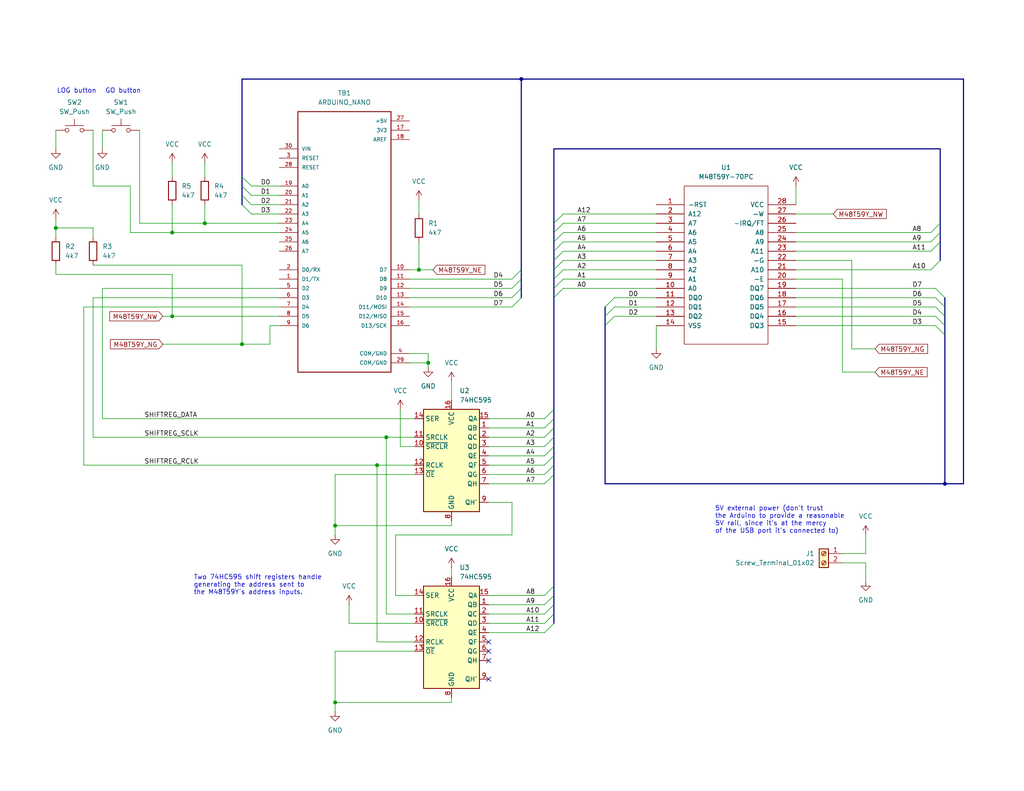
<source format=kicad_sch>
(kicad_sch (version 20231120) (generator "eeschema") (generator_version "8.0")
  (paper "USLetter")
  (title_block (title "SunBladeNVRAM test circuit") (company "daveho hacks"))
  (lib_symbols
    (symbol "74xx:74HC595"
      (property "Reference" "U" (at -7.62 13.97 0))
      (property "Value" "74HC595" (at -7.62 -16.51 0))
      (symbol "74HC595_1_0"
        (pin tri_state line (at 10.16 7.62 180) (length 2.54) (name "QB") (number "1"))
        (pin input line (at -10.16 2.54 0) (length 2.54) (name "~{SRCLR}") (number "10"))
        (pin input line (at -10.16 5.08 0) (length 2.54) (name "SRCLK") (number "11"))
        (pin input line (at -10.16 -2.54 0) (length 2.54) (name "RCLK") (number "12"))
        (pin input line (at -10.16 -5.08 0) (length 2.54) (name "~{OE}") (number "13"))
        (pin input line (at -10.16 10.16 0) (length 2.54) (name "SER") (number "14"))
        (pin tri_state line (at 10.16 10.16 180) (length 2.54) (name "QA") (number "15"))
        (pin power_in line (at 0 15.24 270) (length 2.54) (name "VCC") (number "16"))
        (pin tri_state line (at 10.16 5.08 180) (length 2.54) (name "QC") (number "2"))
        (pin tri_state line (at 10.16 2.54 180) (length 2.54) (name "QD") (number "3"))
        (pin tri_state line (at 10.16 0 180) (length 2.54) (name "QE") (number "4"))
        (pin tri_state line (at 10.16 -2.54 180) (length 2.54) (name "QF") (number "5"))
        (pin tri_state line (at 10.16 -5.08 180) (length 2.54) (name "QG") (number "6"))
        (pin tri_state line (at 10.16 -7.62 180) (length 2.54) (name "QH") (number "7"))
        (pin power_in line (at 0 -17.78 90) (length 2.54) (name "GND") (number "8"))
        (pin output line (at 10.16 -12.7 180) (length 2.54) (name "QH'") (number "9"))
      )
      (symbol "74HC595_1_1"
        (rectangle (start -7.62 12.7) (end 7.62 -15.24) (stroke (width 0.254)) (fill (type background)))
      )
    )
    (symbol "ARDUINO_NANO:ARDUINO_NANO" (pin_names (offset 1.016))
      (property "Reference" "TB" (at -12.7 35.56 0))
      (property "Value" "ARDUINO_NANO" (at -12.7 -38.1 0))
      (symbol "ARDUINO_NANO_0_0"
        (polyline (pts (xy -12.7 -35.56) (xy 12.7 -35.56)) (stroke (width 0.254)))
        (polyline (pts (xy -12.7 35.56) (xy -12.7 -35.56)) (stroke (width 0.254)))
        (polyline (pts (xy 12.7 -35.56) (xy 12.7 35.56)) (stroke (width 0.254)))
        (polyline (pts (xy 12.7 35.56) (xy -12.7 35.56)) (stroke (width 0.254)))
        (pin bidirectional line (at -17.78 -10.16 0) (length 5.08) (name "D1/TX") (number "1"))
        (pin bidirectional line (at 17.78 -7.62 180) (length 5.08) (name "D7") (number "10"))
        (pin bidirectional line (at 17.78 -10.16 180) (length 5.08) (name "D8") (number "11"))
        (pin bidirectional line (at 17.78 -12.7 180) (length 5.08) (name "D9") (number "12"))
        (pin bidirectional line (at 17.78 -15.24 180) (length 5.08) (name "D10") (number "13"))
        (pin bidirectional line (at 17.78 -17.78 180) (length 5.08) (name "D11/MOSI") (number "14"))
        (pin bidirectional line (at 17.78 -20.32 180) (length 5.08) (name "D12/MISO") (number "15"))
        (pin bidirectional line (at 17.78 -22.86 180) (length 5.08) (name "D13/SCK") (number "16"))
        (pin power_in line (at 17.78 30.48 180) (length 5.08) (name "3V3") (number "17"))
        (pin power_in line (at 17.78 27.94 180) (length 5.08) (name "AREF") (number "18"))
        (pin input line (at -17.78 15.24 0) (length 5.08) (name "A0") (number "19"))
        (pin bidirectional line (at -17.78 -7.62 0) (length 5.08) (name "D0/RX") (number "2"))
        (pin input line (at -17.78 12.7 0) (length 5.08) (name "A1") (number "20"))
        (pin input line (at -17.78 10.16 0) (length 5.08) (name "A2") (number "21"))
        (pin input line (at -17.78 7.62 0) (length 5.08) (name "A3") (number "22"))
        (pin input line (at -17.78 5.08 0) (length 5.08) (name "A4") (number "23"))
        (pin input line (at -17.78 2.54 0) (length 5.08) (name "A5") (number "24"))
        (pin input line (at -17.78 0 0) (length 5.08) (name "A6") (number "25"))
        (pin input line (at -17.78 -2.54 0) (length 5.08) (name "A7") (number "26"))
        (pin power_in line (at 17.78 33.02 180) (length 5.08) (name "+5V") (number "27"))
        (pin input line (at -17.78 20.32 0) (length 5.08) (name "RESET") (number "28"))
        (pin power_in line (at 17.78 -33.02 180) (length 5.08) (name "COM/GND") (number "29"))
        (pin input line (at -17.78 22.86 0) (length 5.08) (name "RESET") (number "3"))
        (pin input line (at -17.78 25.4 0) (length 5.08) (name "VIN") (number "30"))
        (pin power_in line (at 17.78 -30.48 180) (length 5.08) (name "COM/GND") (number "4"))
        (pin bidirectional line (at -17.78 -12.7 0) (length 5.08) (name "D2") (number "5"))
        (pin bidirectional line (at -17.78 -15.24 0) (length 5.08) (name "D3") (number "6"))
        (pin bidirectional line (at -17.78 -17.78 0) (length 5.08) (name "D4") (number "7"))
        (pin bidirectional line (at -17.78 -20.32 0) (length 5.08) (name "D5") (number "8"))
        (pin bidirectional line (at -17.78 -22.86 0) (length 5.08) (name "D6") (number "9"))
      )
    )
    (symbol "Connector:Screw_Terminal_01x02" (pin_names (offset 1.016) hide)
      (property "Reference" "J" (at 0 2.54 0))
      (property "Value" "Screw_Terminal_01x02" (at 0 -5.08 0))
      (symbol "Screw_Terminal_01x02_1_1"
        (rectangle (start -1.27 1.27) (end 1.27 -3.81) (stroke (width 0.254)) (fill (type background)))
        (circle (center 0 -2.54) (radius 0.635) (stroke (width 0.1524)))
        (polyline (pts (xy -0.5334 -2.2098) (xy 0.3302 -3.048)) (stroke (width 0.1524)))
        (polyline (pts (xy -0.5334 0.3302) (xy 0.3302 -0.508)) (stroke (width 0.1524)))
        (polyline (pts (xy -0.3556 -2.032) (xy 0.508 -2.8702)) (stroke (width 0.1524)))
        (polyline (pts (xy -0.3556 0.508) (xy 0.508 -0.3302)) (stroke (width 0.1524)))
        (circle (center 0 0) (radius 0.635) (stroke (width 0.1524)))
        (pin passive line (at -5.08 0 0) (length 3.81) (name "Pin_1") (number "1"))
        (pin passive line (at -5.08 -2.54 0) (length 3.81) (name "Pin_2") (number "2"))
      )
    )
    (symbol "Device:R" (pin_numbers hide) (pin_names (offset 0))
      (property "Reference" "R" (at 2.032 0 90))
      (property "Value" "R" (at 0 0 90))
      (symbol "R_0_1"
        (rectangle (start -1.016 -2.54) (end 1.016 2.54) (stroke (width 0.254)))
      )
      (symbol "R_1_1"
        (pin passive line (at 0 3.81 270) (length 1.27) (name "~") (number "1"))
        (pin passive line (at 0 -3.81 90) (length 1.27) (name "~") (number "2"))
      )
    )
    (symbol "M48T59Y-70MH1:M48T59Y-70MH1" (pin_names (offset 1.016))
      (property "Reference" "U" (at 0 -2.54 0))
      (property "Value" "M48T59Y-70MH1" (at 0 2.54 0))
      (symbol "M48T59Y-70MH1_1_0"
        (rectangle (start -11.43 -21.59) (end 11.43 21.59))
      )
      (symbol "M48T59Y-70MH1_1_1"
        (pin input line (at -19.05 16.51 0) (length 7.62) (name "-RST") (number "1"))
        (pin input line (at -19.05 -6.35 0) (length 7.62) (name "A0") (number "10"))
        (pin bidirectional line (at -19.05 -8.89 0) (length 7.62) (name "DQ0") (number "11"))
        (pin bidirectional line (at -19.05 -11.43 0) (length 7.62) (name "DQ1") (number "12"))
        (pin bidirectional line (at -19.05 -13.97 0) (length 7.62) (name "DQ2") (number "13"))
        (pin power_in line (at -19.05 -16.51 0) (length 7.62) (name "VSS") (number "14"))
        (pin bidirectional line (at 19.05 -16.51 180) (length 7.62) (name "DQ3") (number "15"))
        (pin bidirectional line (at 19.05 -13.97 180) (length 7.62) (name "DQ4") (number "16"))
        (pin bidirectional line (at 19.05 -11.43 180) (length 7.62) (name "DQ5") (number "17"))
        (pin bidirectional line (at 19.05 -8.89 180) (length 7.62) (name "DQ6") (number "18"))
        (pin bidirectional line (at 19.05 -6.35 180) (length 7.62) (name "DQ7") (number "19"))
        (pin input line (at -19.05 13.97 0) (length 7.62) (name "A12") (number "2"))
        (pin input line (at 19.05 -3.81 180) (length 7.62) (name "-E") (number "20"))
        (pin input line (at 19.05 -1.27 180) (length 7.62) (name "A10") (number "21"))
        (pin input line (at 19.05 1.27 180) (length 7.62) (name "-G") (number "22"))
        (pin input line (at 19.05 3.81 180) (length 7.62) (name "A11") (number "23"))
        (pin input line (at 19.05 6.35 180) (length 7.62) (name "A9") (number "24"))
        (pin input line (at 19.05 8.89 180) (length 7.62) (name "A8") (number "25"))
        (pin output line (at 19.05 11.43 180) (length 7.62) (name "-IRQ/FT") (number "26"))
        (pin input line (at 19.05 13.97 180) (length 7.62) (name "-W") (number "27"))
        (pin power_in line (at 19.05 16.51 180) (length 7.62) (name "VCC") (number "28"))
        (pin input line (at -19.05 11.43 0) (length 7.62) (name "A7") (number "3"))
        (pin input line (at -19.05 8.89 0) (length 7.62) (name "A6") (number "4"))
        (pin input line (at -19.05 6.35 0) (length 7.62) (name "A5") (number "5"))
        (pin input line (at -19.05 3.81 0) (length 7.62) (name "A4") (number "6"))
        (pin input line (at -19.05 1.27 0) (length 7.62) (name "A3") (number "7"))
        (pin input line (at -19.05 -1.27 0) (length 7.62) (name "A2") (number "8"))
        (pin input line (at -19.05 -3.81 0) (length 7.62) (name "A1") (number "9"))
      )
    )
    (symbol "Switch:SW_Push" (pin_numbers hide) (pin_names (offset 1.016) hide)
      (property "Reference" "SW" (at 1.27 2.54 0))
      (property "Value" "SW_Push" (at 0 -1.524 0))
      (symbol "SW_Push_0_1"
        (circle (center -2.032 0) (radius 0.508))
        (polyline (pts (xy 0 1.27) (xy 0 3.048)))
        (polyline (pts (xy 2.54 1.27) (xy -2.54 1.27)))
        (circle (center 2.032 0) (radius 0.508))
        (pin passive line (at -5.08 0 0) (length 2.54) (name "1") (number "1"))
        (pin passive line (at 5.08 0 180) (length 2.54) (name "2") (number "2"))
      )
    )
    (symbol "power:GND" (power) (pin_numbers hide) (pin_names (offset 0) hide)
      (property "Value" "GND" (at 0 -3.81 0))
      (symbol "GND_0_1"
        (polyline (pts (xy 0 0) (xy 0 -1.27) (xy 1.27 -1.27) (xy 0 -2.54) (xy -1.27 -1.27) (xy 0 -1.27)))
      )
      (symbol "GND_1_1"
        (pin power_in line (at 0 0 270) (length 0) (name "~") (number "1"))
      )
    )
    (symbol "power:VCC" (power) (pin_numbers hide) (pin_names (offset 0) hide)
      (property "Value" "VCC" (at 0 3.556 0))
      (symbol "VCC_0_1"
        (polyline (pts (xy -0.762 1.27) (xy 0 2.54)))
        (polyline (pts (xy 0 0) (xy 0 2.54)))
        (polyline (pts (xy 0 2.54) (xy 0.762 1.27)))
      )
      (symbol "VCC_1_1"
        (pin power_in line (at 0 0 90) (length 0) (name "~") (number "1"))
      )
    )
  )
  (junction (at 15.24 62.23))
  (junction (at 46.99 86.36))
  (junction (at 55.88 60.96))
  (junction (at 257.81 132.08))
  (junction (at 46.99 63.5))
  (junction (at 91.44 143.51))
  (junction (at 114.3 73.66))
  (junction (at 116.84 99.06))
  (junction (at 105.41 119.38))
  (junction (at 91.44 191.77))
  (junction (at 142.24 21.59))
  (junction (at 102.87 127))
  (junction (at 66.04 93.98))
  (no_connect (at 133.35 175.26))
  (no_connect (at 133.35 180.34))
  (no_connect (at 133.35 177.8))
  (no_connect (at 133.35 185.42))
  (bus_entry (at 148.59 162.56) (size 2.54 -2.54))
  (bus_entry (at 255.27 88.9) (size 2.54 2.54))
  (bus_entry (at 165.1 86.36) (size 2.54 -2.54))
  (bus_entry (at 165.1 83.82) (size 2.54 -2.54))
  (bus_entry (at 148.59 127) (size 2.54 -2.54))
  (bus_entry (at 151.13 63.5) (size 2.54 -2.54))
  (bus_entry (at 148.59 124.46) (size 2.54 -2.54))
  (bus_entry (at 254 66.04) (size 2.54 -2.54))
  (bus_entry (at 66.04 48.26) (size 2.54 2.54))
  (bus_entry (at 151.13 81.28) (size 2.54 -2.54))
  (bus_entry (at 254 63.5) (size 2.54 -2.54))
  (bus_entry (at 151.13 76.2) (size 2.54 -2.54))
  (bus_entry (at 66.04 55.88) (size 2.54 2.54))
  (bus_entry (at 255.27 83.82) (size 2.54 2.54))
  (bus_entry (at 139.7 81.28) (size 2.54 -2.54))
  (bus_entry (at 139.7 76.2) (size 2.54 -2.54))
  (bus_entry (at 66.04 50.8) (size 2.54 2.54))
  (bus_entry (at 151.13 71.12) (size 2.54 -2.54))
  (bus_entry (at 255.27 78.74) (size 2.54 2.54))
  (bus_entry (at 254 68.58) (size 2.54 -2.54))
  (bus_entry (at 165.1 88.9) (size 2.54 -2.54))
  (bus_entry (at 148.59 114.3) (size 2.54 -2.54))
  (bus_entry (at 66.04 53.34) (size 2.54 2.54))
  (bus_entry (at 151.13 60.96) (size 2.54 -2.54))
  (bus_entry (at 148.59 121.92) (size 2.54 -2.54))
  (bus_entry (at 151.13 66.04) (size 2.54 -2.54))
  (bus_entry (at 151.13 78.74) (size 2.54 -2.54))
  (bus_entry (at 255.27 81.28) (size 2.54 2.54))
  (bus_entry (at 148.59 172.72) (size 2.54 -2.54))
  (bus_entry (at 139.7 78.74) (size 2.54 -2.54))
  (bus_entry (at 151.13 73.66) (size 2.54 -2.54))
  (bus_entry (at 254 73.66) (size 2.54 -2.54))
  (bus_entry (at 148.59 165.1) (size 2.54 -2.54))
  (bus_entry (at 148.59 116.84) (size 2.54 -2.54))
  (bus_entry (at 148.59 132.08) (size 2.54 -2.54))
  (bus_entry (at 151.13 68.58) (size 2.54 -2.54))
  (bus_entry (at 148.59 129.54) (size 2.54 -2.54))
  (bus_entry (at 148.59 167.64) (size 2.54 -2.54))
  (bus_entry (at 139.7 83.82) (size 2.54 -2.54))
  (bus_entry (at 148.59 119.38) (size 2.54 -2.54))
  (bus_entry (at 255.27 86.36) (size 2.54 2.54))
  (bus_entry (at 148.59 170.18) (size 2.54 -2.54))
  (wire (pts (xy 55.88 44.45) (xy 55.88 48.26)))
  (wire (pts (xy 217.17 83.82) (xy 255.27 83.82)))
  (bus (pts (xy 151.13 40.64) (xy 151.13 60.96)))
  (wire (pts (xy 38.1 60.96) (xy 38.1 35.56)))
  (bus (pts (xy 165.1 83.82) (xy 165.1 86.36)))
  (wire (pts (xy 15.24 62.23) (xy 15.24 64.77)))
  (wire (pts (xy 133.35 127) (xy 148.59 127)))
  (bus (pts (xy 151.13 127) (xy 151.13 129.54)))
  (wire (pts (xy 153.67 66.04) (xy 179.07 66.04)))
  (bus (pts (xy 256.54 66.04) (xy 256.54 71.12)))
  (wire (pts (xy 229.87 151.13) (xy 236.22 151.13)))
  (wire (pts (xy 111.76 81.28) (xy 139.7 81.28)))
  (bus (pts (xy 151.13 73.66) (xy 151.13 76.2)))
  (bus (pts (xy 165.1 132.08) (xy 257.81 132.08)))
  (wire (pts (xy 68.58 53.34) (xy 76.2 53.34)))
  (wire (pts (xy 46.99 55.88) (xy 46.99 63.5)))
  (bus (pts (xy 262.89 21.59) (xy 142.24 21.59)))
  (bus (pts (xy 257.81 81.28) (xy 257.81 83.82)))
  (wire (pts (xy 139.7 137.16) (xy 139.7 146.05)))
  (wire (pts (xy 217.17 68.58) (xy 254 68.58)))
  (wire (pts (xy 114.3 66.04) (xy 114.3 73.66)))
  (wire (pts (xy 25.4 62.23) (xy 15.24 62.23)))
  (bus (pts (xy 66.04 48.26) (xy 66.04 50.8)))
  (wire (pts (xy 91.44 143.51) (xy 91.44 146.05)))
  (bus (pts (xy 151.13 119.38) (xy 151.13 121.92)))
  (wire (pts (xy 238.76 95.25) (xy 232.41 95.25)))
  (bus (pts (xy 142.24 78.74) (xy 142.24 81.28)))
  (wire (pts (xy 111.76 73.66) (xy 114.3 73.66)))
  (wire (pts (xy 105.41 167.64) (xy 105.41 119.38)))
  (wire (pts (xy 179.07 88.9) (xy 179.07 95.25)))
  (wire (pts (xy 46.99 63.5) (xy 35.56 63.5)))
  (wire (pts (xy 133.35 170.18) (xy 148.59 170.18)))
  (wire (pts (xy 153.67 76.2) (xy 179.07 76.2)))
  (wire (pts (xy 76.2 63.5) (xy 46.99 63.5)))
  (bus (pts (xy 151.13 165.1) (xy 151.13 167.64)))
  (wire (pts (xy 15.24 35.56) (xy 15.24 40.64)))
  (bus (pts (xy 151.13 124.46) (xy 151.13 127)))
  (wire (pts (xy 113.03 167.64) (xy 105.41 167.64)))
  (wire (pts (xy 27.94 78.74) (xy 27.94 114.3)))
  (wire (pts (xy 91.44 191.77) (xy 123.19 191.77)))
  (bus (pts (xy 142.24 73.66) (xy 142.24 76.2)))
  (wire (pts (xy 167.64 83.82) (xy 179.07 83.82)))
  (bus (pts (xy 142.24 76.2) (xy 142.24 78.74)))
  (bus (pts (xy 256.54 40.64) (xy 256.54 60.96)))
  (wire (pts (xy 73.66 88.9) (xy 73.66 93.98)))
  (wire (pts (xy 217.17 50.8) (xy 217.17 55.88)))
  (wire (pts (xy 102.87 175.26) (xy 113.03 175.26)))
  (bus (pts (xy 257.81 88.9) (xy 257.81 91.44)))
  (wire (pts (xy 76.2 78.74) (xy 27.94 78.74)))
  (wire (pts (xy 68.58 55.88) (xy 76.2 55.88)))
  (wire (pts (xy 133.35 121.92) (xy 148.59 121.92)))
  (wire (pts (xy 123.19 104.14) (xy 123.19 109.22)))
  (bus (pts (xy 257.81 132.08) (xy 262.89 132.08)))
  (wire (pts (xy 91.44 129.54) (xy 91.44 143.51)))
  (wire (pts (xy 15.24 72.39) (xy 15.24 74.93)))
  (wire (pts (xy 25.4 35.56) (xy 25.4 50.8)))
  (wire (pts (xy 113.03 127) (xy 102.87 127)))
  (bus (pts (xy 151.13 81.28) (xy 151.13 111.76)))
  (wire (pts (xy 217.17 73.66) (xy 254 73.66)))
  (wire (pts (xy 153.67 71.12) (xy 179.07 71.12)))
  (wire (pts (xy 123.19 190.5) (xy 123.19 191.77)))
  (wire (pts (xy 133.35 119.38) (xy 148.59 119.38)))
  (wire (pts (xy 167.64 81.28) (xy 179.07 81.28)))
  (wire (pts (xy 217.17 78.74) (xy 255.27 78.74)))
  (wire (pts (xy 153.67 58.42) (xy 179.07 58.42)))
  (wire (pts (xy 133.35 114.3) (xy 148.59 114.3)))
  (bus (pts (xy 257.81 91.44) (xy 257.81 132.08)))
  (bus (pts (xy 262.89 132.08) (xy 262.89 21.59)))
  (wire (pts (xy 153.67 63.5) (xy 179.07 63.5)))
  (wire (pts (xy 68.58 50.8) (xy 76.2 50.8)))
  (wire (pts (xy 153.67 60.96) (xy 179.07 60.96)))
  (wire (pts (xy 68.58 58.42) (xy 76.2 58.42)))
  (wire (pts (xy 111.76 99.06) (xy 116.84 99.06)))
  (bus (pts (xy 142.24 21.59) (xy 142.24 73.66)))
  (wire (pts (xy 111.76 78.74) (xy 139.7 78.74)))
  (bus (pts (xy 256.54 63.5) (xy 256.54 66.04)))
  (bus (pts (xy 66.04 21.59) (xy 66.04 48.26)))
  (wire (pts (xy 217.17 86.36) (xy 255.27 86.36)))
  (wire (pts (xy 133.35 162.56) (xy 148.59 162.56)))
  (wire (pts (xy 133.35 137.16) (xy 139.7 137.16)))
  (bus (pts (xy 256.54 40.64) (xy 151.13 40.64)))
  (wire (pts (xy 232.41 71.12) (xy 217.17 71.12)))
  (bus (pts (xy 151.13 111.76) (xy 151.13 114.3)))
  (wire (pts (xy 217.17 88.9) (xy 255.27 88.9)))
  (wire (pts (xy 133.35 129.54) (xy 148.59 129.54)))
  (wire (pts (xy 35.56 50.8) (xy 25.4 50.8)))
  (wire (pts (xy 105.41 119.38) (xy 25.4 119.38)))
  (wire (pts (xy 236.22 146.05) (xy 236.22 151.13)))
  (wire (pts (xy 153.67 73.66) (xy 179.07 73.66)))
  (wire (pts (xy 217.17 66.04) (xy 254 66.04)))
  (bus (pts (xy 165.1 88.9) (xy 165.1 132.08)))
  (bus (pts (xy 151.13 167.64) (xy 151.13 170.18)))
  (wire (pts (xy 153.67 78.74) (xy 179.07 78.74)))
  (wire (pts (xy 44.45 93.98) (xy 66.04 93.98)))
  (bus (pts (xy 151.13 162.56) (xy 151.13 165.1)))
  (wire (pts (xy 91.44 177.8) (xy 91.44 191.77)))
  (wire (pts (xy 229.87 76.2) (xy 229.87 101.6)))
  (bus (pts (xy 142.24 21.59) (xy 66.04 21.59)))
  (bus (pts (xy 151.13 121.92) (xy 151.13 124.46)))
  (wire (pts (xy 113.03 121.92) (xy 109.22 121.92)))
  (wire (pts (xy 73.66 88.9) (xy 76.2 88.9)))
  (wire (pts (xy 133.35 167.64) (xy 148.59 167.64)))
  (wire (pts (xy 123.19 142.24) (xy 123.19 143.51)))
  (wire (pts (xy 91.44 177.8) (xy 113.03 177.8)))
  (wire (pts (xy 102.87 127) (xy 22.86 127)))
  (wire (pts (xy 116.84 96.52) (xy 116.84 99.06)))
  (wire (pts (xy 27.94 114.3) (xy 113.03 114.3)))
  (wire (pts (xy 229.87 101.6) (xy 238.76 101.6)))
  (wire (pts (xy 153.67 68.58) (xy 179.07 68.58)))
  (wire (pts (xy 133.35 116.84) (xy 148.59 116.84)))
  (wire (pts (xy 46.99 74.93) (xy 46.99 86.36)))
  (bus (pts (xy 151.13 78.74) (xy 151.13 81.28)))
  (wire (pts (xy 217.17 63.5) (xy 254 63.5)))
  (wire (pts (xy 217.17 81.28) (xy 255.27 81.28)))
  (wire (pts (xy 22.86 83.82) (xy 76.2 83.82)))
  (bus (pts (xy 66.04 50.8) (xy 66.04 53.34)))
  (bus (pts (xy 151.13 60.96) (xy 151.13 63.5)))
  (bus (pts (xy 256.54 60.96) (xy 256.54 63.5)))
  (wire (pts (xy 111.76 96.52) (xy 116.84 96.52)))
  (wire (pts (xy 107.95 146.05) (xy 139.7 146.05)))
  (bus (pts (xy 151.13 116.84) (xy 151.13 119.38)))
  (bus (pts (xy 151.13 76.2) (xy 151.13 78.74)))
  (wire (pts (xy 55.88 55.88) (xy 55.88 60.96)))
  (wire (pts (xy 66.04 72.39) (xy 66.04 93.98)))
  (wire (pts (xy 95.25 165.1) (xy 95.25 170.18)))
  (wire (pts (xy 113.03 119.38) (xy 105.41 119.38)))
  (wire (pts (xy 25.4 72.39) (xy 66.04 72.39)))
  (wire (pts (xy 76.2 60.96) (xy 55.88 60.96)))
  (bus (pts (xy 165.1 86.36) (xy 165.1 88.9)))
  (wire (pts (xy 109.22 111.76) (xy 109.22 121.92)))
  (wire (pts (xy 123.19 143.51) (xy 91.44 143.51)))
  (wire (pts (xy 107.95 162.56) (xy 113.03 162.56)))
  (wire (pts (xy 27.94 35.56) (xy 27.94 40.64)))
  (wire (pts (xy 123.19 154.94) (xy 123.19 157.48)))
  (wire (pts (xy 111.76 83.82) (xy 139.7 83.82)))
  (wire (pts (xy 217.17 76.2) (xy 229.87 76.2)))
  (wire (pts (xy 44.45 86.36) (xy 46.99 86.36)))
  (bus (pts (xy 257.81 86.36) (xy 257.81 88.9)))
  (bus (pts (xy 151.13 160.02) (xy 151.13 162.56)))
  (wire (pts (xy 133.35 165.1) (xy 148.59 165.1)))
  (wire (pts (xy 133.35 132.08) (xy 148.59 132.08)))
  (wire (pts (xy 114.3 54.61) (xy 114.3 58.42)))
  (wire (pts (xy 66.04 93.98) (xy 73.66 93.98)))
  (wire (pts (xy 116.84 99.06) (xy 116.84 100.33)))
  (wire (pts (xy 15.24 74.93) (xy 46.99 74.93)))
  (bus (pts (xy 151.13 71.12) (xy 151.13 73.66)))
  (bus (pts (xy 151.13 63.5) (xy 151.13 66.04)))
  (bus (pts (xy 151.13 66.04) (xy 151.13 68.58)))
  (wire (pts (xy 46.99 86.36) (xy 76.2 86.36)))
  (bus (pts (xy 151.13 68.58) (xy 151.13 71.12)))
  (wire (pts (xy 133.35 172.72) (xy 148.59 172.72)))
  (bus (pts (xy 151.13 129.54) (xy 151.13 160.02)))
  (wire (pts (xy 91.44 129.54) (xy 113.03 129.54)))
  (wire (pts (xy 111.76 76.2) (xy 139.7 76.2)))
  (wire (pts (xy 91.44 191.77) (xy 91.44 194.31)))
  (wire (pts (xy 217.17 58.42) (xy 227.33 58.42)))
  (bus (pts (xy 66.04 53.34) (xy 66.04 55.88)))
  (wire (pts (xy 25.4 64.77) (xy 25.4 62.23)))
  (wire (pts (xy 46.99 44.45) (xy 46.99 48.26)))
  (bus (pts (xy 151.13 114.3) (xy 151.13 116.84)))
  (wire (pts (xy 22.86 127) (xy 22.86 83.82)))
  (wire (pts (xy 35.56 63.5) (xy 35.56 50.8)))
  (wire (pts (xy 114.3 73.66) (xy 118.11 73.66)))
  (wire (pts (xy 55.88 60.96) (xy 38.1 60.96)))
  (wire (pts (xy 25.4 81.28) (xy 76.2 81.28)))
  (wire (pts (xy 25.4 119.38) (xy 25.4 81.28)))
  (wire (pts (xy 167.64 86.36) (xy 179.07 86.36)))
  (wire (pts (xy 229.87 153.67) (xy 236.22 153.67)))
  (wire (pts (xy 102.87 175.26) (xy 102.87 127)))
  (wire (pts (xy 236.22 153.67) (xy 236.22 158.75)))
  (wire (pts (xy 113.03 170.18) (xy 95.25 170.18)))
  (wire (pts (xy 15.24 59.69) (xy 15.24 62.23)))
  (wire (pts (xy 107.95 146.05) (xy 107.95 162.56)))
  (bus (pts (xy 257.81 83.82) (xy 257.81 86.36)))
  (wire (pts (xy 232.41 95.25) (xy 232.41 71.12)))
  (wire (pts (xy 133.35 124.46) (xy 148.59 124.46)))
  (text "Two 74HC595 shift registers handle\ngenerating the address sent to\nthe M48T59Y's address inputs." (at 52.832 159.766 0) (effects (font (size 1.27 1.27)) (justify left)))
  (text "LOG button" (at 15.494 24.892 0) (effects (font (size 1.27 1.27)) (justify left)))
  (text "5V external power (don't trust\nthe Arduino to provide a reasonable\n5V rail, since it's at the mercy\nof the USB port it's connected to)" (at 195.072 141.986 0) (effects (font (size 1.27 1.27)) (justify left)))
  (text "GO button" (at 28.702 24.892 0) (effects (font (size 1.27 1.27)) (justify left)))
  (label "D4" (at 134.62 76.2 0))
  (label "D5" (at 248.92 83.82 0))
  (label "D1" (at 171.45 83.82 0))
  (label "D0" (at 71.12 50.8 0))
  (label "A4" (at 143.51 124.46 0))
  (label "A11" (at 248.92 68.58 0))
  (label "D0" (at 171.45 81.28 0))
  (label "D5" (at 134.62 78.74 0))
  (label "A7" (at 157.48 60.96 0))
  (label "A4" (at 157.48 68.58 0))
  (label "SHIFTREG_SCLK" (at 39.37 119.38 0))
  (label "A9" (at 143.51 165.1 0))
  (label "A10" (at 248.92 73.66 0))
  (label "D3" (at 71.12 58.42 0))
  (label "A6" (at 143.51 129.54 0))
  (label "A6" (at 157.48 63.5 0))
  (label "A1" (at 143.51 116.84 0))
  (label "A7" (at 143.51 132.08 0))
  (label "A8" (at 248.92 63.5 0))
  (label "A2" (at 157.48 73.66 0))
  (label "A0" (at 143.51 114.3 0))
  (label "D2" (at 171.45 86.36 0))
  (label "D7" (at 134.62 83.82 0))
  (label "D6" (at 248.92 81.28 0))
  (label "A10" (at 143.51 167.64 0))
  (label "SHIFTREG_DATA" (at 39.37 114.3 0))
  (label "A12" (at 143.51 172.72 0))
  (label "D1" (at 71.12 53.34 0))
  (label "A8" (at 143.51 162.56 0))
  (label "A5" (at 143.51 127 0))
  (label "A5" (at 157.48 66.04 0))
  (label "A1" (at 157.48 76.2 0))
  (label "D6" (at 134.62 81.28 0))
  (label "A3" (at 143.51 121.92 0))
  (label "A2" (at 143.51 119.38 0))
  (label "A3" (at 157.48 71.12 0))
  (label "D2" (at 71.12 55.88 0))
  (label "SHIFTREG_RCLK" (at 39.37 127 0))
  (label "A11" (at 143.51 170.18 0))
  (label "A12" (at 157.48 58.42 0))
  (label "D3" (at 248.92 88.9 0))
  (label "A0" (at 157.48 78.74 0))
  (label "D7" (at 248.92 78.74 0))
  (label "D4" (at 248.92 86.36 0))
  (label "A9" (at 248.92 66.04 0))
  (global_label "M48T59Y_NE" (shape input) (at 238.76 101.6 0) (property "Intersheetrefs" "${INTERSHEET_REFS}" (effects (hide yes))))
  (global_label "M48T59Y_NW" (shape input) (at 227.33 58.42 0) (property "Intersheetrefs" "${INTERSHEET_REFS}" (effects (hide yes))))
  (global_label "M48T59Y_NG" (shape input) (at 44.45 93.98 180) (property "Intersheetrefs" "${INTERSHEET_REFS}" (effects (hide yes))))
  (global_label "M48T59Y_NG" (shape input) (at 238.76 95.25 0) (property "Intersheetrefs" "${INTERSHEET_REFS}" (effects (hide yes))))
  (global_label "M48T59Y_NW" (shape input) (at 44.45 86.36 180) (property "Intersheetrefs" "${INTERSHEET_REFS}" (effects (hide yes))))
  (global_label "M48T59Y_NE" (shape input) (at 118.11 73.66 0) (property "Intersheetrefs" "${INTERSHEET_REFS}" (effects (hide yes))))
  (symbol (lib_id "power:GND") (at 116.84 100.33 0) (unit 1)
    (property "Reference" "#PWR08" (effects (hide yes)))
    (property "Value" "GND" (at 116.84 105.41 0))
    (property "Description" "Power symbol creates a global label with name \"GND\" , ground" (effects (hide yes)))
  )
  (symbol (lib_id "power:GND") (at 15.24 40.64 0) (unit 1)
    (property "Reference" "#PWR014" (effects (hide yes)))
    (property "Value" "GND" (at 15.24 45.72 0))
    (property "Description" "Power symbol creates a global label with name \"GND\" , ground" (effects (hide yes)))
  )
  (symbol (lib_id "power:GND") (at 91.44 146.05 0) (unit 1)
    (property "Reference" "#PWR02" (effects (hide yes)))
    (property "Value" "GND" (at 91.44 151.13 0))
    (property "Description" "Power symbol creates a global label with name \"GND\" , ground" (effects (hide yes)))
  )
  (symbol (lib_id "power:VCC") (at 15.24 59.69 0) (unit 1)
    (property "Reference" "#PWR012" (effects (hide yes)))
    (property "Value" "VCC" (at 15.24 54.61 0))
    (property "Description" "Power symbol creates a global label with name \"VCC\"" (effects (hide yes)))
  )
  (symbol (lib_id "74xx:74HC595") (at 123.19 124.46 0) (unit 1)
    (property "Reference" "U2" (at 125.3841 106.68 0) (effects (justify left)))
    (property "Value" "74HC595" (at 125.3841 109.22 0) (effects (justify left)))
    (property "Datasheet" "http://www.ti.com/lit/ds/symlink/sn74hc595.pdf" (effects (hide yes)))
    (property "Description" "8-bit serial in/out Shift Register 3-State Outputs" (effects (hide yes)))
  )
  (symbol (lib_id "Device:R") (at 15.24 68.58 0) (unit 1)
    (property "Reference" "R2" (at 17.78 67.3099 0) (effects (justify left)))
    (property "Value" "4k7" (at 17.78 69.8499 0) (effects (justify left)))
    (property "Description" "Resistor" (effects (hide yes)))
  )
  (symbol (lib_id "power:GND") (at 91.44 194.31 0) (unit 1)
    (property "Reference" "#PWR03" (effects (hide yes)))
    (property "Value" "GND" (at 91.44 199.39 0))
    (property "Description" "Power symbol creates a global label with name \"GND\" , ground" (effects (hide yes)))
  )
  (symbol (lib_id "ARDUINO_NANO:ARDUINO_NANO") (at 93.98 66.04 0) (unit 1)
    (property "Reference" "TB1" (at 93.98 25.4 0))
    (property "Value" "ARDUINO_NANO" (at 93.98 27.94 0))
    (property "Footprint" "SHIELD_ARDUINO_NANO" (effects (hide yes)))
    (property "Datasheet" "DFRobot" (effects (hide yes)))
    (property "Field5" "Dev.kit: Arduino; UART; ICSP, USB B mini, pin strips" (effects (hide yes)))
    (property "Field6" "None" (effects (hide yes)))
    (property "Field7" "None" (effects (hide yes)))
    (property "Field8" "ARDUINO NANO" (effects (hide yes)))
    (property "Field9" "Unavailable" (effects (hide yes)))
  )
  (symbol (lib_id "Device:R") (at 114.3 62.23 0) (unit 1)
    (property "Reference" "R1" (at 116.84 60.9599 0) (effects (justify left)))
    (property "Value" "4k7" (at 116.84 63.4999 0) (effects (justify left)))
    (property "Description" "Resistor" (effects (hide yes)))
  )
  (symbol (lib_id "Switch:SW_Push") (at 20.32 35.56 0) (unit 1)
    (property "Reference" "SW2" (at 20.32 27.94 0))
    (property "Value" "SW_Push" (at 20.32 30.48 0))
    (property "Description" "Push button switch, generic, two pins" (effects (hide yes)))
  )
  (symbol (lib_id "M48T59Y-70MH1:M48T59Y-70MH1") (at 198.12 72.39 0) (unit 1)
    (property "Reference" "U1" (at 198.12 45.72 0))
    (property "Value" "M48T59Y-70PC" (at 198.12 48.26 0))
    (property "Footprint" "MODULE" (effects (hide yes)))
    (property "Datasheet" "DOCUMENTATION" (effects (hide yes)))
  )
  (symbol (lib_id "power:GND") (at 179.07 95.25 0) (unit 1)
    (property "Reference" "#PWR06" (effects (hide yes)))
    (property "Value" "GND" (at 179.07 100.33 0))
    (property "Description" "Power symbol creates a global label with name \"GND\" , ground" (effects (hide yes)))
  )
  (symbol (lib_id "74xx:74HC595") (at 123.19 172.72 0) (unit 1)
    (property "Reference" "U3" (at 125.3841 154.94 0) (effects (justify left)))
    (property "Value" "74HC595" (at 125.3841 157.48 0) (effects (justify left)))
    (property "Datasheet" "http://www.ti.com/lit/ds/symlink/sn74hc595.pdf" (effects (hide yes)))
    (property "Description" "8-bit serial in/out Shift Register 3-State Outputs" (effects (hide yes)))
  )
  (symbol (lib_id "power:VCC") (at 123.19 154.94 0) (unit 1)
    (property "Reference" "#PWR010" (effects (hide yes)))
    (property "Value" "VCC" (at 123.19 149.86 0))
    (property "Description" "Power symbol creates a global label with name \"VCC\"" (effects (hide yes)))
  )
  (symbol (lib_id "Device:R") (at 46.99 52.07 0) (unit 1)
    (property "Reference" "R5" (at 49.53 50.7999 0) (effects (justify left)))
    (property "Value" "4k7" (at 49.53 53.3399 0) (effects (justify left)))
    (property "Description" "Resistor" (effects (hide yes)))
  )
  (symbol (lib_id "power:VCC") (at 236.22 146.05 0) (unit 1)
    (property "Reference" "#PWR07" (effects (hide yes)))
    (property "Value" "VCC" (at 236.22 140.97 0))
    (property "Description" "Power symbol creates a global label with name \"VCC\"" (effects (hide yes)))
  )
  (symbol (lib_id "power:VCC") (at 95.25 165.1 0) (unit 1)
    (property "Reference" "#PWR04" (effects (hide yes)))
    (property "Value" "VCC" (at 95.25 160.02 0))
    (property "Description" "Power symbol creates a global label with name \"VCC\"" (effects (hide yes)))
  )
  (symbol (lib_id "Device:R") (at 55.88 52.07 0) (unit 1)
    (property "Reference" "R4" (at 58.42 50.7999 0) (effects (justify left)))
    (property "Value" "4k7" (at 58.42 53.3399 0) (effects (justify left)))
    (property "Description" "Resistor" (effects (hide yes)))
  )
  (symbol (lib_id "power:GND") (at 27.94 40.64 0) (unit 1)
    (property "Reference" "#PWR013" (effects (hide yes)))
    (property "Value" "GND" (at 27.94 45.72 0))
    (property "Description" "Power symbol creates a global label with name \"GND\" , ground" (effects (hide yes)))
  )
  (symbol (lib_id "power:VCC") (at 114.3 54.61 0) (unit 1)
    (property "Reference" "#PWR011" (effects (hide yes)))
    (property "Value" "VCC" (at 114.3 49.53 0))
    (property "Description" "Power symbol creates a global label with name \"VCC\"" (effects (hide yes)))
  )
  (symbol (lib_id "power:VCC") (at 123.19 104.14 0) (unit 1)
    (property "Reference" "#PWR09" (effects (hide yes)))
    (property "Value" "VCC" (at 123.19 99.06 0))
    (property "Description" "Power symbol creates a global label with name \"VCC\"" (effects (hide yes)))
  )
  (symbol (lib_id "power:VCC") (at 46.99 44.45 0) (unit 1)
    (property "Reference" "#PWR015" (effects (hide yes)))
    (property "Value" "VCC" (at 46.99 39.37 0))
    (property "Description" "Power symbol creates a global label with name \"VCC\"" (effects (hide yes)))
  )
  (symbol (lib_id "Device:R") (at 25.4 68.58 0) (unit 1)
    (property "Reference" "R3" (at 27.94 67.3099 0) (effects (justify left)))
    (property "Value" "4k7" (at 27.94 69.8499 0) (effects (justify left)))
    (property "Description" "Resistor" (effects (hide yes)))
  )
  (symbol (lib_id "power:VCC") (at 55.88 44.45 0) (unit 1)
    (property "Reference" "#PWR016" (effects (hide yes)))
    (property "Value" "VCC" (at 55.88 39.37 0))
    (property "Description" "Power symbol creates a global label with name \"VCC\"" (effects (hide yes)))
  )
  (symbol (lib_id "Connector:Screw_Terminal_01x02") (at 224.79 151.13 0) (mirror y) (unit 1)
    (property "Reference" "J1" (at 222.25 151.1299 0) (effects (justify left)))
    (property "Value" "Screw_Terminal_01x02" (at 222.25 153.6699 0) (effects (justify left)))
    (property "Description" "Generic screw terminal, single row, 01x02, script generated (kicad-library-utils/schlib/autogen/connector/)" (effects (hide yes)))
  )
  (symbol (lib_id "Switch:SW_Push") (at 33.02 35.56 0) (unit 1)
    (property "Reference" "SW1" (at 33.02 27.94 0))
    (property "Value" "SW_Push" (at 33.02 30.48 0))
    (property "Description" "Push button switch, generic, two pins" (effects (hide yes)))
  )
  (symbol (lib_id "power:VCC") (at 217.17 50.8 0) (unit 1)
    (property "Reference" "#PWR05" (effects (hide yes)))
    (property "Value" "VCC" (at 217.17 45.72 0))
    (property "Description" "Power symbol creates a global label with name \"VCC\"" (effects (hide yes)))
  )
  (symbol (lib_id "power:GND") (at 236.22 158.75 0) (unit 1)
    (property "Reference" "#PWR017" (effects (hide yes)))
    (property "Value" "GND" (at 236.22 163.83 0))
    (property "Description" "Power symbol creates a global label with name \"GND\" , ground" (effects (hide yes)))
  )
  (symbol (lib_id "power:VCC") (at 109.22 111.76 0) (unit 1)
    (property "Reference" "#PWR01" (effects (hide yes)))
    (property "Value" "VCC" (at 109.22 106.68 0))
    (property "Description" "Power symbol creates a global label with name \"VCC\"" (effects (hide yes)))
  )
)
</source>
